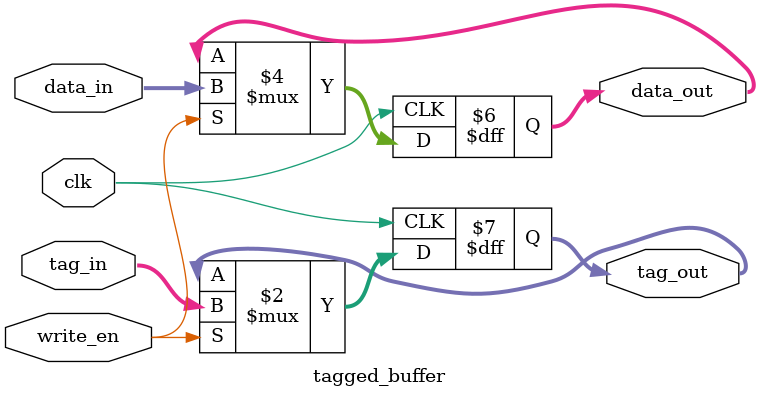
<source format=sv>
module tagged_buffer (
    input wire clk,
    input wire [15:0] data_in,
    input wire [3:0] tag_in,
    input wire write_en,
    output reg [15:0] data_out,
    output reg [3:0] tag_out
);
    always @(posedge clk) begin
        if (write_en) begin
            data_out <= data_in;
            tag_out <= tag_in;
        end
    end
endmodule
</source>
